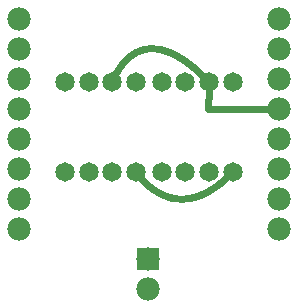
<source format=gbl>
G04 MADE WITH FRITZING*
G04 WWW.FRITZING.ORG*
G04 DOUBLE SIDED*
G04 HOLES PLATED*
G04 CONTOUR ON CENTER OF CONTOUR VECTOR*
%ASAXBY*%
%FSLAX23Y23*%
%MOIN*%
%OFA0B0*%
%SFA1.0B1.0*%
%ADD10C,0.078000*%
%ADD11C,0.065000*%
%ADD12R,0.078000X0.078000*%
%ADD13C,0.024000*%
%ADD14R,0.001000X0.001000*%
%LNCOPPER0*%
G90*
G70*
G54D10*
X70Y1046D03*
X70Y946D03*
X70Y846D03*
X70Y746D03*
X70Y646D03*
X70Y546D03*
X70Y446D03*
X70Y346D03*
X70Y1046D03*
X70Y946D03*
X70Y846D03*
X70Y746D03*
X70Y646D03*
X70Y546D03*
X70Y446D03*
X70Y346D03*
X937Y1045D03*
X937Y945D03*
X937Y845D03*
X937Y745D03*
X937Y645D03*
X937Y545D03*
X937Y445D03*
X937Y345D03*
X937Y1045D03*
X937Y945D03*
X937Y845D03*
X937Y745D03*
X937Y645D03*
X937Y545D03*
X937Y445D03*
X937Y345D03*
G54D11*
X546Y535D03*
X625Y535D03*
X704Y535D03*
X783Y535D03*
X546Y835D03*
X625Y835D03*
X704Y835D03*
X783Y835D03*
X225Y535D03*
X304Y535D03*
X382Y535D03*
X461Y535D03*
X225Y835D03*
X304Y835D03*
X382Y835D03*
X461Y835D03*
G54D10*
X500Y246D03*
X500Y146D03*
G54D12*
X500Y246D03*
G54D13*
X907Y745D02*
X702Y747D01*
D02*
X702Y747D02*
X703Y812D01*
G54D14*
X502Y958D02*
X525Y958D01*
X494Y957D02*
X534Y957D01*
X488Y956D02*
X540Y956D01*
X484Y955D02*
X545Y955D01*
X480Y954D02*
X549Y954D01*
X477Y953D02*
X553Y953D01*
X474Y952D02*
X557Y952D01*
X471Y951D02*
X560Y951D01*
X468Y950D02*
X563Y950D01*
X466Y949D02*
X566Y949D01*
X464Y948D02*
X569Y948D01*
X461Y947D02*
X572Y947D01*
X459Y946D02*
X574Y946D01*
X457Y945D02*
X577Y945D01*
X455Y944D02*
X579Y944D01*
X454Y943D02*
X581Y943D01*
X452Y942D02*
X584Y942D01*
X450Y941D02*
X586Y941D01*
X449Y940D02*
X588Y940D01*
X447Y939D02*
X590Y939D01*
X445Y938D02*
X592Y938D01*
X444Y937D02*
X594Y937D01*
X442Y936D02*
X596Y936D01*
X441Y935D02*
X598Y935D01*
X440Y934D02*
X500Y934D01*
X528Y934D02*
X600Y934D01*
X438Y933D02*
X494Y933D01*
X535Y933D02*
X602Y933D01*
X437Y932D02*
X490Y932D01*
X540Y932D02*
X604Y932D01*
X436Y931D02*
X486Y931D01*
X545Y931D02*
X606Y931D01*
X434Y930D02*
X482Y930D01*
X548Y930D02*
X607Y930D01*
X433Y929D02*
X479Y929D01*
X552Y929D02*
X609Y929D01*
X432Y928D02*
X477Y928D01*
X555Y928D02*
X611Y928D01*
X431Y927D02*
X474Y927D01*
X558Y927D02*
X613Y927D01*
X430Y926D02*
X472Y926D01*
X560Y926D02*
X614Y926D01*
X428Y925D02*
X470Y925D01*
X563Y925D02*
X616Y925D01*
X427Y924D02*
X468Y924D01*
X566Y924D02*
X617Y924D01*
X426Y923D02*
X466Y923D01*
X568Y923D02*
X619Y923D01*
X425Y922D02*
X464Y922D01*
X571Y922D02*
X621Y922D01*
X424Y921D02*
X462Y921D01*
X573Y921D02*
X622Y921D01*
X423Y920D02*
X460Y920D01*
X575Y920D02*
X624Y920D01*
X422Y919D02*
X459Y919D01*
X578Y919D02*
X625Y919D01*
X421Y918D02*
X457Y918D01*
X580Y918D02*
X627Y918D01*
X420Y917D02*
X456Y917D01*
X582Y917D02*
X628Y917D01*
X419Y916D02*
X454Y916D01*
X584Y916D02*
X630Y916D01*
X418Y915D02*
X453Y915D01*
X586Y915D02*
X631Y915D01*
X417Y914D02*
X452Y914D01*
X588Y914D02*
X633Y914D01*
X416Y913D02*
X450Y913D01*
X590Y913D02*
X634Y913D01*
X415Y912D02*
X449Y912D01*
X591Y912D02*
X635Y912D01*
X414Y911D02*
X448Y911D01*
X593Y911D02*
X637Y911D01*
X414Y910D02*
X447Y910D01*
X595Y910D02*
X638Y910D01*
X413Y909D02*
X445Y909D01*
X597Y909D02*
X640Y909D01*
X412Y908D02*
X444Y908D01*
X599Y908D02*
X641Y908D01*
X411Y907D02*
X443Y907D01*
X600Y907D02*
X642Y907D01*
X410Y906D02*
X442Y906D01*
X602Y906D02*
X644Y906D01*
X409Y905D02*
X441Y905D01*
X604Y905D02*
X645Y905D01*
X409Y904D02*
X440Y904D01*
X605Y904D02*
X646Y904D01*
X408Y903D02*
X439Y903D01*
X607Y903D02*
X648Y903D01*
X407Y902D02*
X438Y902D01*
X608Y902D02*
X649Y902D01*
X406Y901D02*
X437Y901D01*
X610Y901D02*
X650Y901D01*
X405Y900D02*
X436Y900D01*
X612Y900D02*
X651Y900D01*
X405Y899D02*
X435Y899D01*
X613Y899D02*
X653Y899D01*
X404Y898D02*
X434Y898D01*
X615Y898D02*
X654Y898D01*
X403Y897D02*
X433Y897D01*
X616Y897D02*
X655Y897D01*
X402Y896D02*
X432Y896D01*
X617Y896D02*
X656Y896D01*
X402Y895D02*
X431Y895D01*
X619Y895D02*
X658Y895D01*
X401Y894D02*
X430Y894D01*
X620Y894D02*
X659Y894D01*
X400Y893D02*
X430Y893D01*
X622Y893D02*
X660Y893D01*
X400Y892D02*
X429Y892D01*
X623Y892D02*
X661Y892D01*
X399Y891D02*
X428Y891D01*
X625Y891D02*
X662Y891D01*
X398Y890D02*
X427Y890D01*
X626Y890D02*
X664Y890D01*
X397Y889D02*
X426Y889D01*
X627Y889D02*
X665Y889D01*
X397Y888D02*
X425Y888D01*
X629Y888D02*
X666Y888D01*
X396Y887D02*
X425Y887D01*
X630Y887D02*
X667Y887D01*
X395Y886D02*
X424Y886D01*
X631Y886D02*
X668Y886D01*
X395Y885D02*
X423Y885D01*
X633Y885D02*
X669Y885D01*
X394Y884D02*
X422Y884D01*
X634Y884D02*
X671Y884D01*
X394Y883D02*
X422Y883D01*
X635Y883D02*
X672Y883D01*
X393Y882D02*
X421Y882D01*
X637Y882D02*
X673Y882D01*
X392Y881D02*
X420Y881D01*
X638Y881D02*
X674Y881D01*
X392Y880D02*
X419Y880D01*
X639Y880D02*
X675Y880D01*
X391Y879D02*
X419Y879D01*
X640Y879D02*
X676Y879D01*
X390Y878D02*
X418Y878D01*
X642Y878D02*
X677Y878D01*
X390Y877D02*
X417Y877D01*
X643Y877D02*
X678Y877D01*
X389Y876D02*
X417Y876D01*
X644Y876D02*
X679Y876D01*
X389Y875D02*
X416Y875D01*
X645Y875D02*
X680Y875D01*
X388Y874D02*
X415Y874D01*
X646Y874D02*
X681Y874D01*
X387Y873D02*
X415Y873D01*
X648Y873D02*
X682Y873D01*
X387Y872D02*
X414Y872D01*
X649Y872D02*
X684Y872D01*
X386Y871D02*
X413Y871D01*
X650Y871D02*
X685Y871D01*
X386Y870D02*
X413Y870D01*
X651Y870D02*
X686Y870D01*
X385Y869D02*
X412Y869D01*
X652Y869D02*
X687Y869D01*
X385Y868D02*
X411Y868D01*
X653Y868D02*
X688Y868D01*
X384Y867D02*
X411Y867D01*
X655Y867D02*
X689Y867D01*
X384Y866D02*
X410Y866D01*
X656Y866D02*
X690Y866D01*
X383Y865D02*
X410Y865D01*
X657Y865D02*
X691Y865D01*
X382Y864D02*
X409Y864D01*
X658Y864D02*
X692Y864D01*
X382Y863D02*
X408Y863D01*
X659Y863D02*
X693Y863D01*
X381Y862D02*
X408Y862D01*
X660Y862D02*
X694Y862D01*
X381Y861D02*
X407Y861D01*
X661Y861D02*
X695Y861D01*
X380Y860D02*
X407Y860D01*
X662Y860D02*
X696Y860D01*
X380Y859D02*
X406Y859D01*
X663Y859D02*
X697Y859D01*
X379Y858D02*
X405Y858D01*
X664Y858D02*
X698Y858D01*
X379Y857D02*
X405Y857D01*
X665Y857D02*
X699Y857D01*
X378Y856D02*
X404Y856D01*
X667Y856D02*
X700Y856D01*
X378Y855D02*
X404Y855D01*
X668Y855D02*
X701Y855D01*
X377Y854D02*
X403Y854D01*
X669Y854D02*
X702Y854D01*
X377Y853D02*
X403Y853D01*
X670Y853D02*
X703Y853D01*
X376Y852D02*
X402Y852D01*
X671Y852D02*
X703Y852D01*
X376Y851D02*
X402Y851D01*
X672Y851D02*
X704Y851D01*
X375Y850D02*
X401Y850D01*
X673Y850D02*
X705Y850D01*
X375Y849D02*
X401Y849D01*
X674Y849D02*
X706Y849D01*
X374Y848D02*
X400Y848D01*
X675Y848D02*
X707Y848D01*
X374Y847D02*
X400Y847D01*
X676Y847D02*
X708Y847D01*
X374Y846D02*
X399Y846D01*
X677Y846D02*
X709Y846D01*
X373Y845D02*
X399Y845D01*
X678Y845D02*
X710Y845D01*
X373Y844D02*
X398Y844D01*
X679Y844D02*
X711Y844D01*
X372Y843D02*
X398Y843D01*
X680Y843D02*
X712Y843D01*
X372Y842D02*
X397Y842D01*
X681Y842D02*
X712Y842D01*
X371Y841D02*
X397Y841D01*
X682Y841D02*
X713Y841D01*
X371Y840D02*
X396Y840D01*
X683Y840D02*
X713Y840D01*
X371Y839D02*
X396Y839D01*
X684Y839D02*
X714Y839D01*
X370Y838D02*
X395Y838D01*
X685Y838D02*
X714Y838D01*
X370Y837D02*
X395Y837D01*
X686Y837D02*
X714Y837D01*
X370Y836D02*
X394Y836D01*
X687Y836D02*
X714Y836D01*
X370Y835D02*
X394Y835D01*
X687Y835D02*
X714Y835D01*
X370Y834D02*
X393Y834D01*
X688Y834D02*
X714Y834D01*
X370Y833D02*
X393Y833D01*
X689Y833D02*
X714Y833D01*
X371Y832D02*
X393Y832D01*
X690Y832D02*
X714Y832D01*
X371Y831D02*
X392Y831D01*
X691Y831D02*
X713Y831D01*
X371Y830D02*
X392Y830D01*
X692Y830D02*
X713Y830D01*
X372Y829D02*
X391Y829D01*
X693Y829D02*
X712Y829D01*
X373Y828D02*
X390Y828D01*
X694Y828D02*
X711Y828D01*
X374Y827D02*
X389Y827D01*
X695Y827D02*
X711Y827D01*
X375Y826D02*
X388Y826D01*
X696Y826D02*
X709Y826D01*
X376Y825D02*
X387Y825D01*
X697Y825D02*
X708Y825D01*
X379Y824D02*
X384Y824D01*
X700Y824D02*
X705Y824D01*
X457Y547D02*
X463Y547D01*
X778Y547D02*
X785Y547D01*
X455Y546D02*
X466Y546D01*
X776Y546D02*
X787Y546D01*
X453Y545D02*
X467Y545D01*
X774Y545D02*
X788Y545D01*
X452Y544D02*
X468Y544D01*
X773Y544D02*
X789Y544D01*
X451Y543D02*
X469Y543D01*
X772Y543D02*
X790Y543D01*
X451Y542D02*
X470Y542D01*
X772Y542D02*
X791Y542D01*
X450Y541D02*
X471Y541D01*
X771Y541D02*
X792Y541D01*
X450Y540D02*
X472Y540D01*
X770Y540D02*
X792Y540D01*
X449Y539D02*
X472Y539D01*
X769Y539D02*
X792Y539D01*
X449Y538D02*
X473Y538D01*
X768Y538D02*
X793Y538D01*
X449Y537D02*
X474Y537D01*
X767Y537D02*
X793Y537D01*
X449Y536D02*
X475Y536D01*
X766Y536D02*
X793Y536D01*
X449Y535D02*
X476Y535D01*
X765Y535D02*
X793Y535D01*
X449Y534D02*
X476Y534D01*
X764Y534D02*
X793Y534D01*
X449Y533D02*
X477Y533D01*
X763Y533D02*
X793Y533D01*
X449Y532D02*
X478Y532D01*
X762Y532D02*
X792Y532D01*
X450Y531D02*
X479Y531D01*
X761Y531D02*
X792Y531D01*
X450Y530D02*
X480Y530D01*
X760Y530D02*
X791Y530D01*
X451Y529D02*
X481Y529D01*
X759Y529D02*
X791Y529D01*
X451Y528D02*
X481Y528D01*
X758Y528D02*
X790Y528D01*
X452Y527D02*
X482Y527D01*
X757Y527D02*
X789Y527D01*
X453Y526D02*
X483Y526D01*
X756Y526D02*
X788Y526D01*
X454Y525D02*
X484Y525D01*
X755Y525D02*
X787Y525D01*
X455Y524D02*
X485Y524D01*
X754Y524D02*
X787Y524D01*
X455Y523D02*
X486Y523D01*
X753Y523D02*
X786Y523D01*
X456Y522D02*
X487Y522D01*
X752Y522D02*
X785Y522D01*
X457Y521D02*
X488Y521D01*
X751Y521D02*
X784Y521D01*
X458Y520D02*
X489Y520D01*
X750Y520D02*
X783Y520D01*
X459Y519D02*
X489Y519D01*
X749Y519D02*
X782Y519D01*
X459Y518D02*
X490Y518D01*
X748Y518D02*
X781Y518D01*
X460Y517D02*
X491Y517D01*
X747Y517D02*
X780Y517D01*
X461Y516D02*
X492Y516D01*
X746Y516D02*
X779Y516D01*
X462Y515D02*
X493Y515D01*
X745Y515D02*
X778Y515D01*
X463Y514D02*
X494Y514D01*
X743Y514D02*
X777Y514D01*
X464Y513D02*
X495Y513D01*
X742Y513D02*
X776Y513D01*
X465Y512D02*
X496Y512D01*
X741Y512D02*
X775Y512D01*
X465Y511D02*
X497Y511D01*
X740Y511D02*
X774Y511D01*
X466Y510D02*
X498Y510D01*
X739Y510D02*
X773Y510D01*
X467Y509D02*
X499Y509D01*
X737Y509D02*
X772Y509D01*
X468Y508D02*
X500Y508D01*
X736Y508D02*
X771Y508D01*
X469Y507D02*
X501Y507D01*
X735Y507D02*
X770Y507D01*
X470Y506D02*
X502Y506D01*
X734Y506D02*
X769Y506D01*
X471Y505D02*
X503Y505D01*
X733Y505D02*
X768Y505D01*
X472Y504D02*
X505Y504D01*
X731Y504D02*
X767Y504D01*
X473Y503D02*
X506Y503D01*
X730Y503D02*
X766Y503D01*
X474Y502D02*
X507Y502D01*
X729Y502D02*
X765Y502D01*
X475Y501D02*
X508Y501D01*
X727Y501D02*
X764Y501D01*
X476Y500D02*
X509Y500D01*
X726Y500D02*
X763Y500D01*
X477Y499D02*
X510Y499D01*
X725Y499D02*
X762Y499D01*
X478Y498D02*
X511Y498D01*
X723Y498D02*
X761Y498D01*
X479Y497D02*
X513Y497D01*
X722Y497D02*
X759Y497D01*
X480Y496D02*
X514Y496D01*
X720Y496D02*
X758Y496D01*
X481Y495D02*
X515Y495D01*
X719Y495D02*
X757Y495D01*
X482Y494D02*
X516Y494D01*
X718Y494D02*
X756Y494D01*
X483Y493D02*
X517Y493D01*
X716Y493D02*
X755Y493D01*
X484Y492D02*
X519Y492D01*
X715Y492D02*
X754Y492D01*
X485Y491D02*
X520Y491D01*
X713Y491D02*
X752Y491D01*
X486Y490D02*
X521Y490D01*
X712Y490D02*
X751Y490D01*
X487Y489D02*
X523Y489D01*
X710Y489D02*
X750Y489D01*
X488Y488D02*
X524Y488D01*
X708Y488D02*
X749Y488D01*
X489Y487D02*
X525Y487D01*
X707Y487D02*
X747Y487D01*
X490Y486D02*
X527Y486D01*
X705Y486D02*
X746Y486D01*
X491Y485D02*
X528Y485D01*
X704Y485D02*
X745Y485D01*
X492Y484D02*
X530Y484D01*
X702Y484D02*
X744Y484D01*
X493Y483D02*
X531Y483D01*
X700Y483D02*
X742Y483D01*
X495Y482D02*
X533Y482D01*
X698Y482D02*
X741Y482D01*
X496Y481D02*
X535Y481D01*
X697Y481D02*
X740Y481D01*
X497Y480D02*
X536Y480D01*
X695Y480D02*
X738Y480D01*
X498Y479D02*
X538Y479D01*
X693Y479D02*
X737Y479D01*
X499Y478D02*
X539Y478D01*
X691Y478D02*
X735Y478D01*
X501Y477D02*
X541Y477D01*
X689Y477D02*
X734Y477D01*
X502Y476D02*
X543Y476D01*
X687Y476D02*
X733Y476D01*
X503Y475D02*
X545Y475D01*
X685Y475D02*
X731Y475D01*
X504Y474D02*
X547Y474D01*
X683Y474D02*
X730Y474D01*
X506Y473D02*
X549Y473D01*
X681Y473D02*
X728Y473D01*
X507Y472D02*
X551Y472D01*
X678Y472D02*
X727Y472D01*
X508Y471D02*
X553Y471D01*
X676Y471D02*
X725Y471D01*
X510Y470D02*
X555Y470D01*
X674Y470D02*
X724Y470D01*
X511Y469D02*
X557Y469D01*
X671Y469D02*
X722Y469D01*
X512Y468D02*
X560Y468D01*
X668Y468D02*
X721Y468D01*
X514Y467D02*
X562Y467D01*
X666Y467D02*
X719Y467D01*
X515Y466D02*
X565Y466D01*
X663Y466D02*
X718Y466D01*
X517Y465D02*
X568Y465D01*
X660Y465D02*
X716Y465D01*
X518Y464D02*
X571Y464D01*
X657Y464D02*
X714Y464D01*
X520Y463D02*
X574Y463D01*
X653Y463D02*
X712Y463D01*
X521Y462D02*
X578Y462D01*
X649Y462D02*
X711Y462D01*
X523Y461D02*
X582Y461D01*
X645Y461D02*
X709Y461D01*
X525Y460D02*
X587Y460D01*
X641Y460D02*
X707Y460D01*
X526Y459D02*
X593Y459D01*
X635Y459D02*
X705Y459D01*
X528Y458D02*
X601Y458D01*
X626Y458D02*
X703Y458D01*
X529Y457D02*
X702Y457D01*
X531Y456D02*
X700Y456D01*
X533Y455D02*
X698Y455D01*
X535Y454D02*
X696Y454D01*
X537Y453D02*
X694Y453D01*
X539Y452D02*
X691Y452D01*
X541Y451D02*
X689Y451D01*
X543Y450D02*
X687Y450D01*
X545Y449D02*
X685Y449D01*
X547Y448D02*
X682Y448D01*
X549Y447D02*
X680Y447D01*
X552Y446D02*
X677Y446D01*
X554Y445D02*
X674Y445D01*
X557Y444D02*
X672Y444D01*
X559Y443D02*
X669Y443D01*
X562Y442D02*
X665Y442D01*
X565Y441D02*
X662Y441D01*
X569Y440D02*
X659Y440D01*
X572Y439D02*
X655Y439D01*
X576Y438D02*
X650Y438D01*
X581Y437D02*
X646Y437D01*
X586Y436D02*
X640Y436D01*
X593Y435D02*
X633Y435D01*
X603Y434D02*
X622Y434D01*
D02*
G04 End of Copper0*
M02*
</source>
